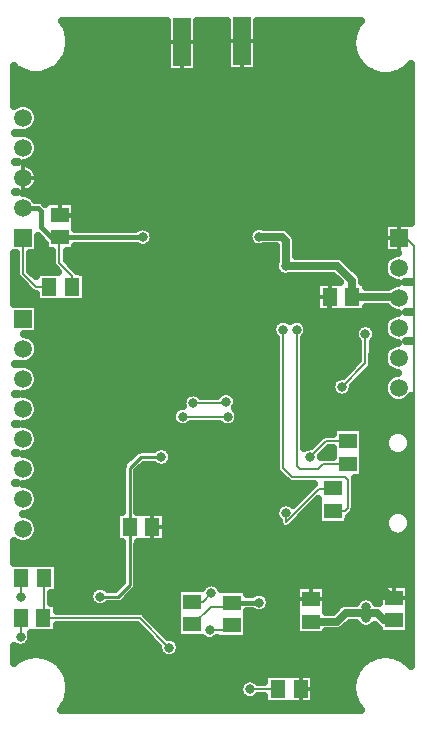
<source format=gbr>
G04 DipTrace 3.0.0.1*
G04 Bottom.gbr*
%MOIN*%
G04 #@! TF.FileFunction,Copper,L2,Bot*
G04 #@! TF.Part,Single*
G04 #@! TA.AperFunction,Conductor*
%ADD10C,0.01*%
%ADD14C,0.007*%
%ADD18C,0.015*%
G04 #@! TA.AperFunction,CopperBalancing*
%ADD19C,0.025*%
%ADD22C,0.012992*%
%ADD25R,0.059055X0.051181*%
%ADD26R,0.051181X0.059055*%
G04 #@! TA.AperFunction,ComponentPad*
%ADD32R,0.059055X0.059055*%
%ADD33C,0.059055*%
%ADD41R,0.059843X0.159843*%
G04 #@! TA.AperFunction,ViaPad*
%ADD48C,0.031496*%
%FSLAX26Y26*%
G04*
G70*
G90*
G75*
G01*
G04 Bottom*
%LPD*%
X988701Y1403701D2*
D14*
X1138701D1*
X526067Y865660D2*
Y734361D1*
X523570Y731864D1*
X845538D1*
X943701Y633701D1*
X1019528Y711315D2*
X1024315D1*
X1082701Y769701D1*
X1139898D1*
X1152701Y782504D1*
X1243701Y783701D2*
D18*
X1153898D1*
X1152701Y782504D1*
X1078701Y691701D2*
D14*
X1136701D1*
X1152701Y707701D1*
X1213386Y494882D2*
X1308268D1*
X1307087Y496063D1*
X1019528Y786118D2*
X1055528D1*
X1084528Y815118D1*
X580701Y2000701D2*
D18*
X854701D1*
D14*
X855701Y2001701D1*
X619701Y1836701D2*
Y1873701D1*
X577701Y1915701D1*
Y1997701D1*
X580701Y2000701D1*
X549701D1*
D18*
X515701Y2034701D1*
Y2088701D1*
X505583Y2098819D1*
X456693D1*
X1554701Y1801701D2*
D19*
X1705780D1*
D14*
X1708662Y1798819D1*
X1554701Y1801701D2*
D19*
Y1856701D1*
X1504701Y1906701D1*
X1333701D1*
D14*
X1332701Y1905701D1*
X1243701Y2003701D2*
D19*
X1318701D1*
X1333701Y1988701D1*
Y1905701D1*
X544898Y1836701D2*
D14*
X499701D1*
X456701Y1879701D1*
Y1998811D1*
X456693Y1998819D1*
X1333202Y1081759D2*
Y1053202D1*
X1443701Y1163701D1*
X1490998D1*
X1491339Y1164042D1*
X580701Y2075504D2*
D18*
X833898D1*
X854677Y2054725D1*
X1381890Y496063D2*
D14*
X1433063D1*
X1458701Y521701D1*
Y652701D1*
X1692914Y799213D2*
X1738189D1*
X1753701Y783701D1*
Y678701D1*
X1718701Y643701D1*
X1467701D1*
X1458701Y652701D1*
X887504Y1036701D2*
Y857504D1*
X858701Y828701D1*
X1193701Y918701D2*
X1368701D1*
X1418701Y868701D1*
Y796654D1*
X1417323Y795276D1*
X1708662Y1998819D2*
X1733583D1*
X1758701Y1973701D1*
Y913701D1*
X1693701Y848701D1*
Y800000D1*
X1692914Y799213D1*
X456693Y2198819D2*
X533583D1*
X583701Y2148701D1*
Y2078504D1*
X580701Y2075504D1*
X456693Y2198819D2*
X589646D1*
X753032Y2362205D1*
X733701Y1298701D2*
Y1657638D1*
Y1788701D1*
X928701Y1983701D1*
Y2048701D1*
X918701Y2058701D1*
X858654D1*
X854677Y2054725D1*
X1378701Y1853701D2*
X1388701D1*
X1438701Y1803701D1*
X1477898D1*
X1479898Y1801701D1*
X1548701Y1398701D2*
X1508701D1*
X1473701Y1433701D1*
Y1795504D1*
X1479898Y1801701D1*
X887504Y1036701D2*
X1075701D1*
X1193701Y918701D1*
X1548701Y1398701D2*
X1593701D1*
X1653701Y1338701D1*
Y838425D1*
X1692914Y799213D1*
X803701Y1653701D2*
X737638D1*
X733701Y1657638D1*
X748701Y833701D2*
X688701D1*
X668701Y813701D1*
Y788701D1*
X683701Y773701D1*
X803701D1*
X858701Y828701D1*
Y1098701D2*
X873701D1*
X888701Y1083701D1*
Y1037898D1*
X887504Y1036701D1*
X733701Y1298701D2*
X883701D1*
X903701Y1318701D1*
X948701D1*
X963701Y1303701D1*
Y1203701D1*
X858701Y1098701D1*
X1088701Y458701D2*
Y563701D1*
X1063701D1*
X908701Y718701D1*
Y778701D1*
X858701Y828701D1*
X733701Y638701D2*
Y493701D1*
X778701Y448701D1*
X1078701D1*
X1088701Y458701D1*
X1583465Y849869D2*
D19*
Y838771D1*
X1582415D1*
Y819029D1*
X1692914Y799213D2*
X1684777D1*
X1645219Y838771D1*
X1582415D1*
X1539370Y1321302D2*
D14*
X1466302D1*
X1413701Y1268701D1*
X448701Y668898D2*
Y731798D1*
X448767Y731864D1*
X451264Y865660D2*
Y801264D1*
X450701Y800701D1*
X812701Y1036701D2*
D10*
Y1232701D1*
X848701Y1268701D1*
X917701D1*
X812701Y1036701D2*
Y842701D1*
X773701Y803701D1*
X713701D1*
X1323701Y1693701D2*
D14*
Y1233701D1*
X1353701Y1203701D1*
X1528701D1*
X1538701Y1193701D1*
Y1098701D1*
X1528701Y1088701D1*
X1491877D1*
X1491339Y1089239D1*
X1539370Y1246499D2*
X1456499D1*
X1438701Y1228701D1*
X1378701D1*
X1368701Y1238701D1*
Y1693701D1*
X1599869Y732284D2*
D19*
Y749914D1*
Y768373D1*
X1692914Y724410D2*
X1661286D1*
X1635782Y749914D1*
X1599869D1*
X1417323Y720473D2*
X1502887D1*
X1532328Y749914D1*
X1599869D1*
X1597701Y1678701D2*
D14*
Y1580701D1*
X1519701Y1502701D1*
X1023701Y1448701D2*
X1128701D1*
X1133701Y1453701D1*
D48*
X988701Y1403701D3*
X1138701D3*
X943701Y633701D3*
X1243701Y783701D3*
X1078701Y691701D3*
X1213386Y494882D3*
X1084528Y815118D3*
X855701Y2001701D3*
X1332701Y1905701D3*
X1243701Y2003701D3*
X855701Y2001701D3*
X1333202Y1081759D3*
X854677Y2054725D3*
X1458701Y652701D3*
X858701Y828701D3*
X1193701Y918701D3*
X1378701Y1853701D3*
X1548701Y1398701D3*
X1193701Y918701D3*
X1548701Y1398701D3*
X803701Y1653701D3*
X858701Y1098701D3*
D3*
X1413701Y1268701D3*
X448701Y668898D3*
X450701Y800701D3*
X917701Y1268701D3*
X713701Y803701D3*
X1323701Y1693701D3*
X1368701D3*
X1597701Y1678701D3*
X1519701Y1502701D3*
X1023701Y1448701D3*
X1133701Y1453701D3*
X1264843Y2440814D3*
Y2519685D3*
X1343583Y2440814D3*
Y2519685D3*
X1186103Y2440814D3*
Y2519685D3*
X1422323Y2440814D3*
Y2519685D3*
X910512Y2440814D3*
Y2519685D3*
X989252Y2440814D3*
Y2519685D3*
X753032Y2440814D3*
Y2519685D3*
X831772Y2440814D3*
Y2519685D3*
X1343714Y2362205D3*
X1422323D3*
X1186103Y2204593D3*
Y2283465D3*
X1264843Y2204593D3*
Y2283465D3*
X1067992Y2440945D3*
X1028622Y2204593D3*
Y2283465D3*
X1107362Y2204593D3*
Y2283465D3*
X871142Y2204593D3*
Y2283465D3*
X949882Y2204593D3*
Y2283465D3*
X748701Y833701D3*
X831706Y2362139D3*
X1264843Y2598294D3*
Y2677166D3*
X1422323Y2598294D3*
Y2677166D3*
X1343583Y2598294D3*
Y2677166D3*
X831772Y2598294D3*
Y2677166D3*
X753032Y2362205D3*
X910512Y2598294D3*
Y2677166D3*
X753032Y2598294D3*
Y2677166D3*
X733701Y1298701D3*
Y638701D3*
X693701D3*
X1088701Y563701D3*
Y458701D3*
X1599869Y768373D3*
Y732284D3*
X1583465Y849869D3*
X1582415Y819029D3*
X604018Y2698537D2*
D19*
X933589D1*
X1039419D2*
X1133979D1*
X1239809D2*
X1563179D1*
X611733Y2673668D2*
X933589D1*
X1039419D2*
X1133979D1*
X1239809D2*
X1554438D1*
X613442Y2648799D2*
X933589D1*
X1039419D2*
X1133979D1*
X1239809D2*
X1551802D1*
X609536Y2623931D2*
X933589D1*
X1039419D2*
X1133979D1*
X1239809D2*
X1554829D1*
X599282Y2599062D2*
X933589D1*
X1039419D2*
X1133979D1*
X1239809D2*
X1563960D1*
X580190Y2574193D2*
X933589D1*
X1039419D2*
X1133979D1*
X1239809D2*
X1581343D1*
X428725Y2549324D2*
X459126D1*
X540884D2*
X1615132D1*
X1715591D2*
X1748481D1*
X428725Y2524456D2*
X1748481D1*
X428725Y2499587D2*
X1748481D1*
X428725Y2474718D2*
X1748481D1*
X428725Y2449849D2*
X1748481D1*
X501821Y2424981D2*
X1748481D1*
X509194Y2400112D2*
X1748481D1*
X503335Y2375243D2*
X1748481D1*
X428725Y2350374D2*
X441725D1*
X471694D2*
X1748481D1*
X501528Y2325505D2*
X1748481D1*
X509194Y2300637D2*
X1748481D1*
X503579Y2275768D2*
X1748481D1*
X428725Y2250899D2*
X439872D1*
X473550D2*
X1748481D1*
X501186Y2226030D2*
X1748481D1*
X509145Y2201162D2*
X1748481D1*
X503872Y2176293D2*
X1748481D1*
X428725Y2151424D2*
X438213D1*
X475210D2*
X1748481D1*
X511929Y2126555D2*
X1748481D1*
X633218Y2101687D2*
X1748481D1*
X633218Y2076818D2*
X1748481D1*
X633218Y2051949D2*
X1748481D1*
X884096Y2027080D2*
X1213520D1*
X1344497D2*
X1656147D1*
X894448Y2002212D2*
X1204975D1*
X1366323D2*
X1656147D1*
X509243Y1977343D2*
X528169D1*
X885024D2*
X1216304D1*
X1369204D2*
X1656147D1*
X509243Y1952474D2*
X551216D1*
X604214D2*
X1298188D1*
X1369204D2*
X1656147D1*
X483218Y1927605D2*
X551216D1*
X604214D2*
X1298188D1*
X1532973D2*
X1665229D1*
X483218Y1902736D2*
X555024D1*
X627114D2*
X1294087D1*
X1557827D2*
X1656294D1*
X668276Y1877868D2*
X1306977D1*
X1582534D2*
X1660737D1*
X428725Y1852999D2*
X446994D1*
X668276D2*
X1509223D1*
X1590200D2*
X1686079D1*
X1731264D2*
X1748482D1*
X428725Y1828130D2*
X471821D1*
X668276D2*
X1431294D1*
X428725Y1803261D2*
X496284D1*
X668276D2*
X1431294D1*
X428725Y1778393D2*
X1431294D1*
X509243Y1753524D2*
X1431294D1*
X1603286D2*
X1684907D1*
X1732388D2*
X1748493D1*
X509243Y1728655D2*
X1311616D1*
X1335775D2*
X1356587D1*
X1380776D2*
X1666011D1*
X509243Y1703786D2*
X1286372D1*
X1406020D2*
X1569038D1*
X1626382D2*
X1656391D1*
X509243Y1678918D2*
X1288081D1*
X1404311D2*
X1558930D1*
X1636440D2*
X1660249D1*
X502114Y1654049D2*
X1297212D1*
X1395180D2*
X1568647D1*
X1626772D2*
X1683833D1*
X1733462D2*
X1748503D1*
X509194Y1629180D2*
X1297212D1*
X1395180D2*
X1571186D1*
X1624184D2*
X1666401D1*
X503091Y1604311D2*
X1297212D1*
X1395180D2*
X1571186D1*
X1624184D2*
X1656440D1*
X428725Y1579442D2*
X443677D1*
X469741D2*
X1297212D1*
X1395180D2*
X1560005D1*
X1624184D2*
X1660054D1*
X501772Y1554574D2*
X1297212D1*
X1395180D2*
X1535151D1*
X1608022D2*
X1682807D1*
X509194Y1529705D2*
X1297212D1*
X1395180D2*
X1493013D1*
X1583169D2*
X1666792D1*
X503335Y1504836D2*
X1297212D1*
X1395180D2*
X1481001D1*
X1558364D2*
X1656489D1*
X428725Y1479967D2*
X441433D1*
X471938D2*
X1002876D1*
X1044546D2*
X1106245D1*
X1161196D2*
X1297212D1*
X1395180D2*
X1488960D1*
X1550454D2*
X1659809D1*
X501479Y1455099D2*
X985542D1*
X1172427D2*
X1297212D1*
X1395180D2*
X1681831D1*
X1735464D2*
X1748452D1*
X509194Y1430230D2*
X961518D1*
X1165884D2*
X1297212D1*
X1395180D2*
X1748481D1*
X503628Y1405361D2*
X949995D1*
X1177407D2*
X1297212D1*
X1395180D2*
X1748481D1*
X428725Y1380492D2*
X439579D1*
X473794D2*
X958345D1*
X1169057D2*
X1297212D1*
X1395180D2*
X1748481D1*
X501138Y1355624D2*
X1297212D1*
X1395180D2*
X1486860D1*
X1591909D2*
X1684712D1*
X1727358D2*
X1748481D1*
X509145Y1330755D2*
X1297212D1*
X1395180D2*
X1439302D1*
X1591909D2*
X1662007D1*
X503872Y1305886D2*
X1297212D1*
X1395180D2*
X1414448D1*
X1591909D2*
X1660395D1*
X428725Y1281017D2*
X438018D1*
X475405D2*
X822456D1*
X954311D2*
X1297212D1*
X1462466D2*
X1486860D1*
X1591909D2*
X1676020D1*
X1736050D2*
X1748460D1*
X500796Y1256149D2*
X797602D1*
X954214D2*
X1297212D1*
X1591909D2*
X1748481D1*
X509145Y1231280D2*
X784712D1*
X849819D2*
X1297309D1*
X1591909D2*
X1748481D1*
X504165Y1206411D2*
X784712D1*
X840688D2*
X1314546D1*
X1591909D2*
X1748481D1*
X428725Y1181542D2*
X436555D1*
X476870D2*
X784712D1*
X840688D2*
X1341987D1*
X1565200D2*
X1748481D1*
X500405Y1156673D2*
X784712D1*
X840688D2*
X1400239D1*
X1565200D2*
X1748481D1*
X509096Y1131805D2*
X784712D1*
X840688D2*
X1375386D1*
X1565200D2*
X1748481D1*
X504409Y1106936D2*
X784712D1*
X840688D2*
X1304634D1*
X1423354D2*
X1438813D1*
X1565200D2*
X1748481D1*
X478188Y1082067D2*
X764106D1*
X936098D2*
X1294477D1*
X1398501D2*
X1438813D1*
X1558511D2*
X1675483D1*
X1736587D2*
X1748467D1*
X500063Y1057198D2*
X764106D1*
X936098D2*
X1304048D1*
X1373647D2*
X1438813D1*
X1543862D2*
X1660298D1*
X509048Y1032330D2*
X764106D1*
X936098D2*
X1318843D1*
X1347524D2*
X1662153D1*
X504653Y1007461D2*
X764106D1*
X936098D2*
X1685688D1*
X1726382D2*
X1748481D1*
X479409Y982592D2*
X784712D1*
X840688D2*
X1748481D1*
X428725Y957723D2*
X784712D1*
X840688D2*
X1748481D1*
X428725Y932855D2*
X784712D1*
X840688D2*
X1748481D1*
X574673Y907986D2*
X784712D1*
X840688D2*
X1748481D1*
X574673Y883117D2*
X784712D1*
X840688D2*
X1748481D1*
X574673Y858248D2*
X784712D1*
X840688D2*
X1748481D1*
X574673Y833379D2*
X690376D1*
X737026D2*
X764839D1*
X838930D2*
X1050727D1*
X1118325D2*
X1364790D1*
X1469839D2*
X1640376D1*
X552554Y808511D2*
X675288D1*
X817055D2*
X966987D1*
X1272622D2*
X1364790D1*
X1469839D2*
X1640376D1*
X552554Y783642D2*
X681001D1*
X791958D2*
X966987D1*
X1282436D2*
X1364790D1*
X1469839D2*
X1564497D1*
X572182Y758773D2*
X966987D1*
X1272524D2*
X1364790D1*
X1469839D2*
X1492036D1*
X879946Y733904D2*
X966987D1*
X1205239D2*
X1364790D1*
X904800Y709036D2*
X966987D1*
X1205239D2*
X1364790D1*
X1540639D2*
X1569575D1*
X572182Y684167D2*
X856782D1*
X929653D2*
X966987D1*
X1205239D2*
X1364790D1*
X1469839D2*
X1640376D1*
X486147Y659298D2*
X881684D1*
X971889D2*
X1059956D1*
X1097427D2*
X1748481D1*
X462417Y634429D2*
X904975D1*
X982436D2*
X1748481D1*
X428725Y609561D2*
X479341D1*
X520669D2*
X914155D1*
X973257D2*
X1644673D1*
X1686001D2*
X1748481D1*
X574331Y584692D2*
X1591011D1*
X1739712D2*
X1748455D1*
X596059Y559823D2*
X1569282D1*
X607925Y534954D2*
X1258491D1*
X1430483D2*
X1557466D1*
X613100Y510086D2*
X1177973D1*
X1430483D2*
X1552241D1*
X612563Y485217D2*
X1175971D1*
X1430483D2*
X1552778D1*
X606216Y460348D2*
X1199848D1*
X1226884D2*
X1258491D1*
X1430483D2*
X1559126D1*
X592886Y435479D2*
X1572456D1*
X1566692Y782921D2*
X1570544Y789679D1*
X1574238Y794004D1*
X1578563Y797698D1*
X1583413Y800670D1*
X1588668Y802847D1*
X1594199Y804175D1*
X1599869Y804621D1*
X1605539Y804175D1*
X1611070Y802847D1*
X1616325Y800670D1*
X1621175Y797698D1*
X1625500Y794004D1*
X1629194Y789679D1*
X1633046Y782921D1*
X1640955Y782505D1*
X1642886Y783122D1*
Y845303D1*
X1742941D1*
Y678319D1*
X1642886D1*
Y697020D1*
X1637945Y701082D1*
X1628733Y710294D1*
X1623410Y704720D1*
X1618809Y701377D1*
X1613741Y698795D1*
X1608331Y697037D1*
X1602713Y696147D1*
X1597025D1*
X1591407Y697037D1*
X1585997Y698795D1*
X1580929Y701377D1*
X1576328Y704720D1*
X1572306Y708742D1*
X1568962Y713344D1*
X1567074Y716908D1*
X1546012Y716914D1*
X1524319Y695379D1*
X1517869Y691069D1*
X1510591Y688384D1*
X1502887Y687473D1*
X1467389D1*
X1467351Y674382D1*
X1367296D1*
Y841366D1*
X1467351D1*
Y753466D1*
X1489247Y753473D1*
X1510896Y775007D1*
X1517347Y779317D1*
X1524625Y782002D1*
X1532328Y782914D1*
X1566654D1*
X1036918Y2723397D2*
Y2553385D1*
X936075D1*
Y2723414D1*
X586365Y2723406D1*
X594691Y2711570D1*
X598952Y2703962D1*
X602603Y2696043D1*
X605621Y2687862D1*
X607988Y2679469D1*
X609689Y2670917D1*
X610714Y2662257D1*
X611057Y2653544D1*
X610714Y2644830D1*
X609689Y2636170D1*
X607988Y2627618D1*
X605621Y2619225D1*
X602603Y2611044D1*
X598952Y2603125D1*
X594691Y2595517D1*
X589847Y2588266D1*
X584448Y2581418D1*
X578529Y2575015D1*
X572126Y2569096D1*
X565278Y2563697D1*
X558027Y2558852D1*
X550419Y2554592D1*
X542500Y2550941D1*
X534319Y2547923D1*
X525926Y2545556D1*
X517373Y2543854D1*
X508714Y2542829D1*
X500000Y2542487D1*
X491287Y2542829D1*
X482627Y2543854D1*
X474075Y2545556D1*
X465682Y2547923D1*
X457501Y2550941D1*
X449582Y2554592D1*
X441973Y2558852D1*
X434723Y2563697D1*
X426199Y2570645D1*
X426201Y2438494D1*
X433981Y2443394D1*
X441234Y2446398D1*
X448867Y2448231D1*
X456693Y2448847D1*
X464519Y2448231D1*
X472152Y2446398D1*
X479405Y2443394D1*
X486099Y2439292D1*
X492068Y2434194D1*
X497166Y2428225D1*
X501268Y2421531D1*
X504272Y2414278D1*
X506105Y2406645D1*
X506721Y2398819D1*
X506105Y2390993D1*
X504272Y2383360D1*
X501268Y2376107D1*
X497166Y2369414D1*
X492068Y2363444D1*
X486099Y2358346D1*
X479405Y2354244D1*
X472152Y2351240D1*
X464519Y2349407D1*
X457782Y2348834D1*
X464519Y2348231D1*
X472152Y2346398D1*
X479405Y2343394D1*
X486099Y2339292D1*
X492068Y2334194D1*
X497166Y2328225D1*
X501268Y2321531D1*
X504272Y2314278D1*
X506105Y2306645D1*
X506721Y2298819D1*
X506105Y2290993D1*
X504272Y2283360D1*
X501268Y2276107D1*
X497166Y2269414D1*
X492068Y2263444D1*
X486099Y2258346D1*
X479405Y2254244D1*
X472152Y2251240D1*
X464519Y2249407D1*
X458443Y2248816D1*
X465891Y2247994D1*
X473133Y2246068D1*
X480005Y2243083D1*
X486355Y2239105D1*
X492039Y2234223D1*
X496930Y2228547D1*
X500919Y2222203D1*
X503916Y2215336D1*
X505853Y2208098D1*
X506687Y2200651D1*
X506471Y2193827D1*
X505167Y2186449D1*
X502776Y2179348D1*
X499351Y2172683D1*
X494969Y2166605D1*
X489728Y2161250D1*
X483746Y2156737D1*
X477158Y2153169D1*
X470110Y2150624D1*
X462761Y2149161D1*
X458215Y2148824D1*
X464519Y2148231D1*
X472152Y2146398D1*
X479405Y2143394D1*
X486099Y2139292D1*
X492068Y2134194D1*
X497166Y2128225D1*
X498113Y2126808D1*
X509963Y2126475D1*
X516298Y2124688D1*
X522041Y2121472D1*
X530678Y2113322D1*
X530674Y2121594D1*
X630729D1*
X630719Y2029413D1*
X643201Y2028701D1*
X831531D1*
X836761Y2032608D1*
X841829Y2035190D1*
X847239Y2036947D1*
X852857Y2037837D1*
X858545D1*
X864163Y2036947D1*
X869573Y2035190D1*
X874641Y2032608D1*
X879242Y2029264D1*
X883264Y2025242D1*
X886608Y2020641D1*
X889190Y2015573D1*
X890947Y2010163D1*
X891837Y2004545D1*
Y1998857D1*
X890947Y1993239D1*
X889190Y1987829D1*
X886608Y1982761D1*
X883264Y1978160D1*
X879242Y1974138D1*
X874641Y1970794D1*
X869573Y1968212D1*
X864163Y1966455D1*
X858545Y1965565D1*
X852857D1*
X847239Y1966455D1*
X841829Y1968212D1*
X836761Y1970794D1*
X833985Y1972699D1*
X630726Y1972701D1*
X630729Y1954610D1*
X601676D1*
X601701Y1925680D1*
X637951Y1889288D1*
X639122Y1887802D1*
X648611Y1886728D1*
X665792D1*
Y1786673D1*
X498808D1*
Y1812699D1*
X494098Y1813364D1*
X488805Y1815317D1*
X484114Y1818451D1*
X438451Y1864114D1*
X435317Y1868805D1*
X433364Y1874098D1*
X432701Y1879701D1*
Y1948793D1*
X426203Y1948791D1*
X426201Y1778337D1*
X506721Y1778374D1*
Y1678319D1*
X460618Y1678220D1*
X468372Y1676992D1*
X475838Y1674566D1*
X482832Y1671002D1*
X489183Y1666388D1*
X494734Y1660837D1*
X499349Y1654486D1*
X502913Y1647491D1*
X505338Y1640025D1*
X506566Y1632272D1*
Y1624422D1*
X505338Y1616668D1*
X502913Y1609202D1*
X499349Y1602207D1*
X494734Y1595856D1*
X489183Y1590305D1*
X482832Y1585691D1*
X475838Y1582127D1*
X468372Y1579701D1*
X460618Y1578473D1*
X457782Y1578362D1*
X464519Y1577758D1*
X472152Y1575926D1*
X479405Y1572922D1*
X486099Y1568820D1*
X492068Y1563721D1*
X497166Y1557752D1*
X501268Y1551059D1*
X504272Y1543806D1*
X506105Y1536173D1*
X506721Y1528347D1*
X506105Y1520521D1*
X504272Y1512887D1*
X501268Y1505635D1*
X497166Y1498941D1*
X492068Y1492972D1*
X486099Y1487874D1*
X479405Y1483772D1*
X472152Y1480768D1*
X464519Y1478935D1*
X457782Y1478362D1*
X464519Y1477758D1*
X472152Y1475926D1*
X479405Y1472922D1*
X486099Y1468820D1*
X492068Y1463721D1*
X497166Y1457752D1*
X501268Y1451059D1*
X504272Y1443806D1*
X506105Y1436173D1*
X506721Y1428347D1*
X506105Y1420521D1*
X504272Y1412887D1*
X501268Y1405635D1*
X497166Y1398941D1*
X492068Y1392972D1*
X486099Y1387874D1*
X479405Y1383772D1*
X472152Y1380768D1*
X464519Y1378935D1*
X457782Y1378362D1*
X464519Y1377758D1*
X472152Y1375926D1*
X479405Y1372922D1*
X486099Y1368820D1*
X492068Y1363721D1*
X497166Y1357752D1*
X501268Y1351059D1*
X504272Y1343806D1*
X506105Y1336173D1*
X506721Y1328347D1*
X506105Y1320521D1*
X504272Y1312887D1*
X501268Y1305635D1*
X497166Y1298941D1*
X492068Y1292972D1*
X486099Y1287874D1*
X479405Y1283772D1*
X472152Y1280768D1*
X464519Y1278935D1*
X457782Y1278362D1*
X464519Y1277758D1*
X472152Y1275926D1*
X479405Y1272922D1*
X486099Y1268820D1*
X492068Y1263721D1*
X497166Y1257752D1*
X501268Y1251059D1*
X504272Y1243806D1*
X506105Y1236173D1*
X506721Y1228347D1*
X506105Y1220521D1*
X504272Y1212887D1*
X501268Y1205635D1*
X497166Y1198941D1*
X492068Y1192972D1*
X486099Y1187874D1*
X479405Y1183772D1*
X472152Y1180768D1*
X464519Y1178935D1*
X457782Y1178362D1*
X464519Y1177758D1*
X472152Y1175926D1*
X479405Y1172922D1*
X486099Y1168820D1*
X492068Y1163721D1*
X497166Y1157752D1*
X501268Y1151059D1*
X504272Y1143806D1*
X506105Y1136173D1*
X506721Y1128347D1*
X506105Y1120521D1*
X504272Y1112887D1*
X501268Y1105635D1*
X497166Y1098941D1*
X492068Y1092972D1*
X486099Y1087874D1*
X479405Y1083772D1*
X472152Y1080768D1*
X464519Y1078935D1*
X457782Y1078362D1*
X464519Y1077758D1*
X472152Y1075926D1*
X479405Y1072922D1*
X486099Y1068820D1*
X492068Y1063721D1*
X497166Y1057752D1*
X501268Y1051059D1*
X504272Y1043806D1*
X506105Y1036173D1*
X506721Y1028347D1*
X506105Y1020521D1*
X504272Y1012887D1*
X501268Y1005635D1*
X497166Y998941D1*
X492068Y992972D1*
X486099Y987874D1*
X479405Y983772D1*
X472152Y980768D1*
X464519Y978935D1*
X456693Y978319D1*
X448867Y978935D1*
X441234Y980768D1*
X433981Y983772D1*
X426191Y988738D1*
X426201Y915642D1*
X572158Y915688D1*
Y815633D1*
X550039D1*
X550067Y781920D1*
X569660Y781891D1*
Y755866D1*
X849293Y755568D1*
X854723Y754037D1*
X859645Y751280D1*
X871348Y739996D1*
X941471Y669872D1*
X949371Y669503D1*
X954902Y668175D1*
X960157Y665998D1*
X965007Y663026D1*
X969332Y659332D1*
X973026Y655007D1*
X975998Y650157D1*
X978175Y644902D1*
X979503Y639371D1*
X979949Y633701D1*
X979503Y628031D1*
X978175Y622500D1*
X975998Y617245D1*
X973026Y612395D1*
X969332Y608070D1*
X965007Y604376D1*
X960157Y601404D1*
X954902Y599227D1*
X949371Y597899D1*
X943701Y597453D1*
X938031Y597899D1*
X932500Y599227D1*
X927245Y601404D1*
X922395Y604376D1*
X918070Y608070D1*
X914376Y612395D1*
X911404Y617245D1*
X909227Y622500D1*
X907899Y628031D1*
X907540Y635912D1*
X835614Y707846D1*
X569708Y707864D1*
X569660Y681836D1*
X482601D1*
X484503Y674568D1*
X484949Y668898D1*
X484503Y663227D1*
X483175Y657697D1*
X480998Y652442D1*
X478026Y647592D1*
X474332Y643267D1*
X470007Y639573D1*
X465157Y636601D1*
X459902Y634424D1*
X454371Y633096D1*
X448701Y632650D1*
X443031Y633096D1*
X437500Y634424D1*
X432245Y636601D1*
X426199Y640516D1*
X426201Y583025D1*
X434723Y589847D1*
X441973Y594691D1*
X449582Y598952D1*
X457501Y602603D1*
X465682Y605621D1*
X474075Y607988D1*
X482627Y609689D1*
X491287Y610714D1*
X500000Y611057D1*
X508714Y610714D1*
X517373Y609689D1*
X525926Y607988D1*
X534319Y605621D1*
X542500Y602603D1*
X550419Y598952D1*
X558027Y594691D1*
X565278Y589847D1*
X572126Y584448D1*
X578529Y578529D1*
X584448Y572126D1*
X589847Y565278D1*
X594691Y558027D1*
X598952Y550419D1*
X602603Y542500D1*
X605621Y534319D1*
X607988Y525926D1*
X609689Y517373D1*
X610714Y508714D1*
X611057Y500000D1*
X610714Y491287D1*
X609689Y482627D1*
X607988Y474075D1*
X605621Y465682D1*
X602603Y457501D1*
X598952Y449582D1*
X594691Y441973D1*
X589847Y434723D1*
X582899Y426199D1*
X1582402Y426201D1*
X1575508Y434723D1*
X1570663Y441973D1*
X1566403Y449582D1*
X1562752Y457501D1*
X1559734Y465682D1*
X1557367Y474075D1*
X1555665Y482627D1*
X1554640Y491287D1*
X1554298Y500000D1*
X1554640Y508714D1*
X1555665Y517373D1*
X1557367Y525926D1*
X1559734Y534319D1*
X1562752Y542500D1*
X1566403Y550419D1*
X1570663Y558027D1*
X1575508Y565278D1*
X1580907Y572126D1*
X1586826Y578529D1*
X1593229Y584448D1*
X1600077Y589847D1*
X1607328Y594691D1*
X1614936Y598952D1*
X1622855Y602603D1*
X1631036Y605621D1*
X1639429Y607988D1*
X1647981Y609689D1*
X1656641Y610714D1*
X1665355Y611057D1*
X1674068Y610714D1*
X1682728Y609689D1*
X1691280Y607988D1*
X1699673Y605621D1*
X1707854Y602603D1*
X1715773Y598952D1*
X1723381Y594691D1*
X1730632Y589847D1*
X1737480Y584448D1*
X1743883Y578529D1*
X1750962Y570654D1*
X1750965Y1472148D1*
X1746703Y1466329D1*
X1741152Y1460778D1*
X1734801Y1456164D1*
X1727806Y1452600D1*
X1720340Y1450174D1*
X1712587Y1448946D1*
X1704737D1*
X1696983Y1450174D1*
X1689517Y1452600D1*
X1682522Y1456164D1*
X1676171Y1460778D1*
X1670620Y1466329D1*
X1666006Y1472680D1*
X1662442Y1479674D1*
X1660016Y1487140D1*
X1658788Y1494894D1*
Y1502744D1*
X1660016Y1510498D1*
X1662442Y1517964D1*
X1666006Y1524958D1*
X1670620Y1531309D1*
X1676171Y1536860D1*
X1682522Y1541475D1*
X1689517Y1545039D1*
X1696983Y1547464D1*
X1704737Y1548692D1*
X1707573Y1548804D1*
X1700836Y1549407D1*
X1693202Y1551240D1*
X1685950Y1554244D1*
X1679256Y1558346D1*
X1673287Y1563444D1*
X1668188Y1569414D1*
X1664087Y1576107D1*
X1661083Y1583360D1*
X1659250Y1590993D1*
X1658634Y1598819D1*
X1659250Y1606645D1*
X1661083Y1614278D1*
X1664087Y1621531D1*
X1668188Y1628225D1*
X1673287Y1634194D1*
X1679256Y1639292D1*
X1685950Y1643394D1*
X1693202Y1646398D1*
X1700836Y1648231D1*
X1707573Y1648804D1*
X1700836Y1649407D1*
X1693202Y1651240D1*
X1685950Y1654244D1*
X1679256Y1658346D1*
X1673287Y1663444D1*
X1668188Y1669414D1*
X1664087Y1676107D1*
X1661083Y1683360D1*
X1659250Y1690993D1*
X1658634Y1698819D1*
X1659250Y1706645D1*
X1661083Y1714278D1*
X1664087Y1721531D1*
X1668188Y1728225D1*
X1673287Y1734194D1*
X1679256Y1739292D1*
X1685950Y1743394D1*
X1693202Y1746398D1*
X1700836Y1748231D1*
X1707573Y1748804D1*
X1700836Y1749407D1*
X1693202Y1751240D1*
X1685950Y1754244D1*
X1679256Y1758346D1*
X1673287Y1763444D1*
X1668749Y1768703D1*
X1600750Y1768701D1*
X1600792Y1751673D1*
X1433808D1*
Y1851728D1*
X1512956D1*
X1491005Y1873728D1*
X1349769Y1873701D1*
X1343902Y1871227D1*
X1338371Y1869899D1*
X1332701Y1869453D1*
X1327031Y1869899D1*
X1321500Y1871227D1*
X1316245Y1873404D1*
X1311395Y1876376D1*
X1307070Y1880070D1*
X1303376Y1884395D1*
X1300404Y1889245D1*
X1298227Y1894500D1*
X1296899Y1900031D1*
X1296453Y1905701D1*
X1296899Y1911371D1*
X1298227Y1916902D1*
X1300703Y1922691D1*
X1300701Y1970691D1*
X1258691Y1970701D1*
X1252163Y1968455D1*
X1246545Y1967565D1*
X1240857D1*
X1235239Y1968455D1*
X1229829Y1970212D1*
X1224761Y1972794D1*
X1220160Y1976138D1*
X1216138Y1980160D1*
X1212794Y1984761D1*
X1210212Y1989829D1*
X1208455Y1995239D1*
X1207565Y2000857D1*
Y2006545D1*
X1208455Y2012163D1*
X1210212Y2017573D1*
X1212794Y2022641D1*
X1216138Y2027242D1*
X1220160Y2031264D1*
X1224761Y2034608D1*
X1229829Y2037190D1*
X1235239Y2038947D1*
X1240857Y2039837D1*
X1246545D1*
X1252163Y2038947D1*
X1258633Y2036701D1*
X1321290Y2036599D1*
X1328899Y2035086D1*
X1335943Y2031838D1*
X1342036Y2027036D1*
X1358794Y2010133D1*
X1363104Y2003683D1*
X1365789Y1996405D1*
X1366701Y1988701D1*
Y1939726D1*
X1507290Y1939599D1*
X1514899Y1938086D1*
X1521943Y1934838D1*
X1528036Y1930036D1*
X1579795Y1878133D1*
X1584104Y1871683D1*
X1586789Y1864405D1*
X1587701Y1856701D1*
Y1851769D1*
X1600792Y1851728D1*
Y1834687D1*
X1673793Y1834701D1*
X1679256Y1839292D1*
X1685950Y1843394D1*
X1693202Y1846398D1*
X1700836Y1848231D1*
X1707573Y1848804D1*
X1700836Y1849407D1*
X1693202Y1851240D1*
X1685950Y1854244D1*
X1679256Y1858346D1*
X1673287Y1863444D1*
X1668188Y1869414D1*
X1664087Y1876107D1*
X1661083Y1883360D1*
X1659250Y1890993D1*
X1658634Y1898819D1*
X1659250Y1906645D1*
X1661083Y1914278D1*
X1664087Y1921531D1*
X1668188Y1928225D1*
X1673287Y1934194D1*
X1679256Y1939292D1*
X1685950Y1943394D1*
X1693202Y1946398D1*
X1700836Y1948231D1*
X1706189Y1948791D1*
X1658634D1*
Y2048847D1*
X1750968D1*
X1750965Y2578887D1*
X1743883Y2571078D1*
X1737480Y2565159D1*
X1730632Y2559760D1*
X1723381Y2554915D1*
X1715773Y2550655D1*
X1707854Y2547004D1*
X1699673Y2543986D1*
X1691280Y2541619D1*
X1682728Y2539917D1*
X1674068Y2538892D1*
X1665355Y2538550D1*
X1656641Y2538892D1*
X1647981Y2539917D1*
X1639429Y2541619D1*
X1631036Y2543986D1*
X1622855Y2547004D1*
X1614936Y2550655D1*
X1607328Y2554915D1*
X1600077Y2559760D1*
X1593229Y2565159D1*
X1586826Y2571078D1*
X1580907Y2577481D1*
X1575508Y2584329D1*
X1570663Y2591580D1*
X1566403Y2599188D1*
X1562752Y2607107D1*
X1559734Y2615288D1*
X1557367Y2623681D1*
X1555665Y2632233D1*
X1554640Y2640893D1*
X1554298Y2649607D1*
X1554640Y2658320D1*
X1555665Y2666980D1*
X1557367Y2675532D1*
X1559734Y2683925D1*
X1562752Y2692106D1*
X1566403Y2700025D1*
X1570663Y2707633D1*
X1575508Y2714884D1*
X1582456Y2723408D1*
X1237342Y2723406D1*
X1237311Y2555353D1*
X1136469D1*
Y2723410D1*
X1036951Y2723406D1*
X1053979Y665225D2*
X969500D1*
Y832209D1*
X1052557D1*
X1056965Y838660D1*
X1060987Y842682D1*
X1065588Y846025D1*
X1070656Y848607D1*
X1076066Y850365D1*
X1081684Y851255D1*
X1087372D1*
X1092990Y850365D1*
X1098399Y848607D1*
X1103467Y846025D1*
X1108069Y842682D1*
X1112091Y838660D1*
X1115434Y834058D1*
X1118159Y828604D1*
X1202729Y828595D1*
Y811749D1*
X1220646Y811701D1*
X1227245Y815998D1*
X1232500Y818175D1*
X1238031Y819503D1*
X1243701Y819949D1*
X1249371Y819503D1*
X1254902Y818175D1*
X1260157Y815998D1*
X1265007Y813026D1*
X1269332Y809332D1*
X1273026Y805007D1*
X1275998Y800157D1*
X1278175Y794902D1*
X1279503Y789371D1*
X1279949Y783701D1*
X1279503Y778031D1*
X1278175Y772500D1*
X1275998Y767245D1*
X1273026Y762395D1*
X1269332Y758070D1*
X1265007Y754376D1*
X1260157Y751404D1*
X1254902Y749227D1*
X1249371Y747899D1*
X1243701Y747453D1*
X1238031Y747899D1*
X1232500Y749227D1*
X1227245Y751404D1*
X1220710Y755704D1*
X1202734Y755701D1*
X1202729Y661610D1*
X1102674D1*
Y664491D1*
X1097641Y660794D1*
X1092573Y658212D1*
X1087163Y656455D1*
X1081545Y655565D1*
X1075857D1*
X1070239Y656455D1*
X1064829Y658212D1*
X1059761Y660794D1*
X1053992Y665217D1*
X1338300Y546091D2*
X1427981D1*
Y446035D1*
X1260996D1*
Y470889D1*
X1240543Y470882D1*
X1234692Y465557D1*
X1229842Y462585D1*
X1224587Y460408D1*
X1219056Y459080D1*
X1213386Y458634D1*
X1207716Y459080D1*
X1202185Y460408D1*
X1196930Y462585D1*
X1192080Y465557D1*
X1187755Y469251D1*
X1184061Y473576D1*
X1181089Y478426D1*
X1178912Y483681D1*
X1177584Y489212D1*
X1177138Y494882D1*
X1177584Y500553D1*
X1178912Y506083D1*
X1181089Y511338D1*
X1184061Y516188D1*
X1187755Y520513D1*
X1192080Y524207D1*
X1196930Y527179D1*
X1202185Y529356D1*
X1207716Y530684D1*
X1213386Y531130D1*
X1219056Y530684D1*
X1224587Y529356D1*
X1229842Y527179D1*
X1234692Y524207D1*
X1240519Y518889D1*
X1260993Y518882D1*
X1260996Y546091D1*
X1338300D1*
X1750109Y1044432D2*
X1749024Y1037580D1*
X1746880Y1030983D1*
X1743731Y1024802D1*
X1739653Y1019189D1*
X1734748Y1014284D1*
X1729136Y1010207D1*
X1722955Y1007057D1*
X1716357Y1004913D1*
X1709506Y1003828D1*
X1702568D1*
X1695717Y1004913D1*
X1689119Y1007057D1*
X1682938Y1010207D1*
X1677326Y1014284D1*
X1672421Y1019189D1*
X1668343Y1024802D1*
X1665194Y1030983D1*
X1663050Y1037580D1*
X1661965Y1044432D1*
Y1051369D1*
X1663050Y1058221D1*
X1665194Y1064818D1*
X1668343Y1070999D1*
X1672421Y1076612D1*
X1677326Y1081517D1*
X1682938Y1085594D1*
X1689119Y1088744D1*
X1695717Y1090888D1*
X1702568Y1091973D1*
X1709506D1*
X1716357Y1090888D1*
X1722955Y1088744D1*
X1729136Y1085594D1*
X1734748Y1081517D1*
X1739653Y1076612D1*
X1743731Y1070999D1*
X1746880Y1064818D1*
X1749024Y1058221D1*
X1750109Y1051369D1*
Y1044432D1*
Y1312148D2*
X1749024Y1305297D1*
X1746880Y1298699D1*
X1743731Y1292518D1*
X1739653Y1286906D1*
X1734748Y1282001D1*
X1729136Y1277923D1*
X1722955Y1274774D1*
X1716357Y1272630D1*
X1709506Y1271545D1*
X1702568D1*
X1695717Y1272630D1*
X1689119Y1274774D1*
X1682938Y1277923D1*
X1677326Y1282001D1*
X1672421Y1286906D1*
X1668343Y1292518D1*
X1665194Y1298699D1*
X1663050Y1305297D1*
X1661965Y1312148D1*
Y1319086D1*
X1663050Y1325937D1*
X1665194Y1332535D1*
X1668343Y1338716D1*
X1672421Y1344328D1*
X1677326Y1349233D1*
X1682938Y1353311D1*
X1689119Y1356460D1*
X1695717Y1358604D1*
X1702568Y1359689D1*
X1709506D1*
X1716357Y1358604D1*
X1722955Y1356460D1*
X1729136Y1353311D1*
X1734748Y1349233D1*
X1739653Y1344328D1*
X1743731Y1338716D1*
X1746880Y1332535D1*
X1749024Y1325937D1*
X1750109Y1319086D1*
Y1312148D1*
X506721Y2004071D2*
Y1948791D1*
X480695D1*
X480701Y1889680D1*
X498842Y1871502D1*
X498808Y1886728D1*
X572684D1*
X558285Y1901594D1*
X555528Y1906517D1*
X553996Y1911947D1*
X553701Y1928201D1*
Y1954617D1*
X530674Y1954610D1*
Y1980147D1*
X506735Y2004069D1*
X1441311Y1117952D2*
Y1127375D1*
X1347309Y1033786D1*
X1342387Y1031029D1*
X1336957Y1029498D1*
X1331319Y1029276D1*
X1325786Y1030377D1*
X1320662Y1032739D1*
X1316232Y1036232D1*
X1312739Y1040662D1*
X1310377Y1045786D1*
X1309276Y1051319D1*
X1309202Y1054618D1*
X1303877Y1060453D1*
X1300905Y1065302D1*
X1298728Y1070557D1*
X1297401Y1076088D1*
X1296954Y1081759D1*
X1297401Y1087429D1*
X1298728Y1092960D1*
X1300905Y1098215D1*
X1303877Y1103065D1*
X1307571Y1107390D1*
X1311896Y1111084D1*
X1316746Y1114056D1*
X1322001Y1116233D1*
X1327532Y1117561D1*
X1333202Y1118007D1*
X1338873Y1117561D1*
X1344404Y1116233D1*
X1349659Y1114056D1*
X1355984Y1109921D1*
X1425743Y1179685D1*
X1349947Y1179996D1*
X1344517Y1181528D1*
X1339594Y1184285D1*
X1327892Y1195569D1*
X1304285Y1219594D1*
X1301528Y1224517D1*
X1299996Y1229947D1*
X1299701Y1246201D1*
Y1666562D1*
X1294376Y1672395D1*
X1291404Y1677245D1*
X1289227Y1682500D1*
X1287899Y1688031D1*
X1287453Y1693701D1*
X1287899Y1699371D1*
X1289227Y1704902D1*
X1291404Y1710157D1*
X1294376Y1715007D1*
X1298070Y1719332D1*
X1302395Y1723026D1*
X1307245Y1725998D1*
X1312500Y1728175D1*
X1318031Y1729503D1*
X1323701Y1729949D1*
X1329371Y1729503D1*
X1334902Y1728175D1*
X1340157Y1725998D1*
X1346186Y1722097D1*
X1352245Y1725998D1*
X1357500Y1728175D1*
X1363031Y1729503D1*
X1368701Y1729949D1*
X1374371Y1729503D1*
X1379902Y1728175D1*
X1385157Y1725998D1*
X1390007Y1723026D1*
X1394332Y1719332D1*
X1398026Y1715007D1*
X1400998Y1710157D1*
X1403175Y1704902D1*
X1404503Y1699371D1*
X1404949Y1693701D1*
X1404503Y1688031D1*
X1403175Y1682500D1*
X1400998Y1677245D1*
X1398026Y1672395D1*
X1392708Y1666568D1*
X1392701Y1298242D1*
X1399829Y1302190D1*
X1405239Y1303947D1*
X1410857Y1304837D1*
X1415912Y1304862D1*
X1452195Y1340719D1*
X1457118Y1343475D1*
X1462548Y1345007D1*
X1478802Y1345302D1*
X1489300D1*
X1489343Y1367393D1*
X1589398D1*
Y1200408D1*
X1561712D1*
X1562627Y1195584D1*
Y1096818D1*
X1561526Y1091285D1*
X1559164Y1086161D1*
X1555672Y1081730D1*
X1542802Y1069280D1*
X1541366Y1060330D1*
Y1043148D1*
X1441311D1*
Y1117904D1*
X1489343Y1275211D2*
Y1297331D1*
X1476251Y1297302D1*
X1449885Y1270944D1*
X1450896Y1269836D1*
X1456499Y1270499D1*
X1489360D1*
X779111Y1086728D2*
X787167D1*
X787279Y1234702D1*
X788449Y1240581D1*
X790959Y1246025D1*
X794675Y1250738D1*
X833712Y1289331D1*
X838943Y1292260D1*
X844712Y1293887D1*
X848701Y1294201D1*
X892070Y1294332D1*
X896395Y1298026D1*
X901245Y1300998D1*
X906500Y1303175D1*
X912031Y1304503D1*
X917701Y1304949D1*
X923371Y1304503D1*
X928902Y1303175D1*
X934157Y1300998D1*
X939007Y1298026D1*
X943332Y1294332D1*
X947026Y1290007D1*
X949998Y1285157D1*
X952175Y1279902D1*
X953503Y1274371D1*
X953949Y1268701D1*
X953503Y1263031D1*
X952175Y1257500D1*
X949998Y1252245D1*
X947026Y1247395D1*
X943332Y1243070D1*
X939007Y1239376D1*
X934157Y1236404D1*
X928902Y1234227D1*
X923371Y1232899D1*
X917701Y1232453D1*
X912031Y1232899D1*
X906500Y1234227D1*
X901245Y1236404D1*
X896395Y1239376D1*
X891941Y1243209D1*
X859254Y1243201D1*
X838179Y1222116D1*
X838201Y1086754D1*
X933595Y1086728D1*
Y986673D1*
X841414Y986683D1*
X838201Y974201D1*
X837887Y838712D1*
X836260Y832943D1*
X833331Y827712D1*
X830732Y824670D1*
X788690Y783071D1*
X783459Y780142D1*
X777690Y778515D1*
X773701Y778201D1*
X739332Y778070D1*
X735007Y774376D1*
X730157Y771404D1*
X724902Y769227D1*
X719371Y767899D1*
X713701Y767453D1*
X708031Y767899D1*
X702500Y769227D1*
X697245Y771404D1*
X692395Y774376D1*
X688070Y778070D1*
X684376Y782395D1*
X681404Y787245D1*
X679227Y792500D1*
X677899Y798031D1*
X677453Y803701D1*
X677899Y809371D1*
X679227Y814902D1*
X681404Y820157D1*
X684376Y825007D1*
X688070Y829332D1*
X692395Y833026D1*
X697245Y835998D1*
X702500Y838175D1*
X708031Y839503D1*
X713701Y839949D1*
X719371Y839503D1*
X724902Y838175D1*
X730157Y835998D1*
X735007Y833026D1*
X739461Y829193D1*
X763164Y829201D1*
X787193Y853255D1*
X787201Y986695D1*
X766611Y986673D1*
Y1086728D1*
X779111D1*
X1111504Y1379701D2*
X1015898D1*
X1010007Y1374376D1*
X1005157Y1371404D1*
X999902Y1369227D1*
X994371Y1367899D1*
X988701Y1367453D1*
X983031Y1367899D1*
X977500Y1369227D1*
X972245Y1371404D1*
X967395Y1374376D1*
X963070Y1378070D1*
X959376Y1382395D1*
X956404Y1387245D1*
X954227Y1392500D1*
X952899Y1398031D1*
X952453Y1403701D1*
X952899Y1409371D1*
X954227Y1414902D1*
X956404Y1420157D1*
X959376Y1425007D1*
X963070Y1429332D1*
X967395Y1433026D1*
X972245Y1435998D1*
X977500Y1438175D1*
X983031Y1439503D1*
X988534Y1439942D1*
X987565Y1445857D1*
Y1451545D1*
X988455Y1457163D1*
X990212Y1462573D1*
X992794Y1467641D1*
X996138Y1472242D1*
X1000160Y1476264D1*
X1004761Y1479608D1*
X1009829Y1482190D1*
X1015239Y1483947D1*
X1020857Y1484837D1*
X1026545D1*
X1032163Y1483947D1*
X1037573Y1482190D1*
X1042641Y1479608D1*
X1047242Y1476264D1*
X1050834Y1472708D1*
X1102851Y1472701D1*
X1106138Y1477242D1*
X1110160Y1481264D1*
X1114761Y1484608D1*
X1119829Y1487190D1*
X1125239Y1488947D1*
X1130857Y1489837D1*
X1136545D1*
X1142163Y1488947D1*
X1147573Y1487190D1*
X1152641Y1484608D1*
X1157242Y1481264D1*
X1161264Y1477242D1*
X1164608Y1472641D1*
X1167190Y1467573D1*
X1168947Y1462163D1*
X1169837Y1456545D1*
Y1450857D1*
X1168947Y1445239D1*
X1167190Y1439829D1*
X1164608Y1434761D1*
X1162242Y1431264D1*
X1166264Y1427242D1*
X1169608Y1422641D1*
X1172190Y1417573D1*
X1173947Y1412163D1*
X1174837Y1406545D1*
Y1400857D1*
X1173947Y1395239D1*
X1172190Y1389829D1*
X1169608Y1384761D1*
X1166264Y1380160D1*
X1162242Y1376138D1*
X1157641Y1372794D1*
X1152573Y1370212D1*
X1147163Y1368455D1*
X1141545Y1367565D1*
X1135857D1*
X1130239Y1368455D1*
X1124829Y1370212D1*
X1119761Y1372794D1*
X1115160Y1376138D1*
X1111568Y1379694D1*
X831547Y2028698D2*
X836761Y2032608D1*
X841829Y2035190D1*
X847239Y2036947D1*
X852857Y2037837D1*
X858545D1*
X864163Y2036947D1*
X869573Y2035190D1*
X874641Y2032608D1*
X879242Y2029264D1*
X883264Y2025242D1*
X886608Y2020641D1*
X889190Y2015573D1*
X890947Y2010163D1*
X891837Y2004545D1*
Y1998857D1*
X890947Y1993239D1*
X889190Y1987829D1*
X886608Y1982761D1*
X883264Y1978160D1*
X879242Y1974138D1*
X874641Y1970794D1*
X869573Y1968212D1*
X864163Y1966455D1*
X858545Y1965565D1*
X852857D1*
X847239Y1966455D1*
X841829Y1968212D1*
X836761Y1970794D1*
X833985Y1972699D1*
X1621701Y1651504D2*
X1621406Y1576947D1*
X1619874Y1571517D1*
X1617117Y1566594D1*
X1605833Y1554892D1*
X1555873Y1504931D1*
X1555503Y1497031D1*
X1554175Y1491500D1*
X1551998Y1486245D1*
X1549026Y1481395D1*
X1545332Y1477070D1*
X1541007Y1473376D1*
X1536157Y1470404D1*
X1530902Y1468227D1*
X1525371Y1466899D1*
X1519701Y1466453D1*
X1514031Y1466899D1*
X1508500Y1468227D1*
X1503245Y1470404D1*
X1498395Y1473376D1*
X1494070Y1477070D1*
X1490376Y1481395D1*
X1487404Y1486245D1*
X1485227Y1491500D1*
X1483899Y1497031D1*
X1483453Y1502701D1*
X1483899Y1508371D1*
X1485227Y1513902D1*
X1487404Y1519157D1*
X1490376Y1524007D1*
X1494070Y1528332D1*
X1498395Y1532026D1*
X1503245Y1534998D1*
X1508500Y1537175D1*
X1514031Y1538503D1*
X1521912Y1538862D1*
X1573697Y1590639D1*
X1573701Y1651551D1*
X1568376Y1657395D1*
X1565404Y1662245D1*
X1563227Y1667500D1*
X1561899Y1673031D1*
X1561453Y1678701D1*
X1561899Y1684371D1*
X1563227Y1689902D1*
X1565404Y1695157D1*
X1568376Y1700007D1*
X1572070Y1704332D1*
X1576395Y1708026D1*
X1581245Y1710998D1*
X1586500Y1713175D1*
X1592031Y1714503D1*
X1597701Y1714949D1*
X1603371Y1714503D1*
X1608902Y1713175D1*
X1614157Y1710998D1*
X1619007Y1708026D1*
X1623332Y1704332D1*
X1627026Y1700007D1*
X1629998Y1695157D1*
X1632175Y1689902D1*
X1633503Y1684371D1*
X1633949Y1678701D1*
X1633503Y1673031D1*
X1632175Y1667500D1*
X1629998Y1662245D1*
X1627026Y1657395D1*
X1621708Y1651568D1*
X986496Y2653806D2*
D22*
Y2553434D1*
X936124Y2653806D2*
X1036869D1*
X1186890Y2655774D2*
Y2555402D1*
X1136518Y2655774D2*
X1237262D1*
X1692914Y845254D2*
Y799213D1*
X1642935D2*
X1742892D1*
X1417323Y841317D2*
Y795276D1*
X1367344D2*
X1467302D1*
X1381890Y546042D2*
Y446084D1*
Y496063D2*
X1427932D1*
X456693Y2248798D2*
Y2148840D1*
Y2198819D2*
X506672D1*
X1479898Y1851679D2*
Y1751722D1*
X1433856Y1801701D2*
X1479898D1*
X580701Y2121546D2*
Y2075504D1*
X630680D1*
X1708662Y2048798D2*
Y1948840D1*
X1658683Y1998819D2*
X1708662D1*
X887504Y1086680D2*
Y986722D1*
Y1036701D2*
X933546D1*
D25*
X1692914Y724410D3*
Y799213D3*
X1417323Y720473D3*
Y795276D3*
D26*
X1554701Y1801701D3*
X1479898D3*
D25*
X580701Y2000701D3*
Y2075504D3*
D26*
X812701Y1036701D3*
X887504D3*
D32*
X456693Y1998819D3*
D33*
Y2098819D3*
Y2198819D3*
Y2298819D3*
Y2398819D3*
D32*
Y1728347D3*
D33*
Y1628347D3*
Y1528347D3*
Y1428347D3*
Y1328347D3*
Y1228347D3*
Y1128347D3*
Y1028347D3*
D32*
X1708662Y1998819D3*
D33*
Y1898819D3*
Y1798819D3*
Y1698819D3*
Y1598819D3*
Y1498819D3*
D25*
X1019528Y711315D3*
Y786118D3*
X1152701Y707701D3*
Y782504D3*
D26*
X1381890Y496063D3*
X1307087D3*
X619701Y1836701D3*
X544898D3*
X523570Y731864D3*
X448767D3*
X526067Y865660D3*
X451264D3*
D25*
X1539370Y1321302D3*
Y1246499D3*
X1491339Y1164042D3*
Y1089239D3*
D41*
X986496Y2653806D3*
X1186890Y2655774D3*
M02*

</source>
